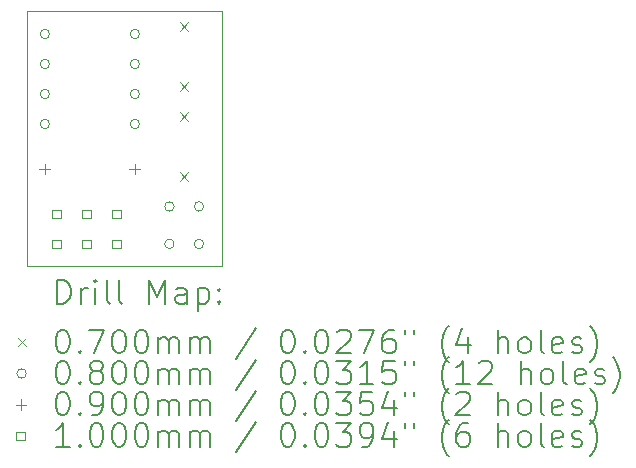
<source format=gbr>
%TF.GenerationSoftware,KiCad,Pcbnew,8.0.1-8.0.1-1~ubuntu22.04.1*%
%TF.CreationDate,2024-07-15T21:43:55-04:00*%
%TF.ProjectId,Clock_Addon,436c6f63-6b5f-4416-9464-6f6e2e6b6963,rev?*%
%TF.SameCoordinates,Original*%
%TF.FileFunction,Drillmap*%
%TF.FilePolarity,Positive*%
%FSLAX45Y45*%
G04 Gerber Fmt 4.5, Leading zero omitted, Abs format (unit mm)*
G04 Created by KiCad (PCBNEW 8.0.1-8.0.1-1~ubuntu22.04.1) date 2024-07-15 21:43:55*
%MOMM*%
%LPD*%
G01*
G04 APERTURE LIST*
%ADD10C,0.050000*%
%ADD11C,0.200000*%
%ADD12C,0.100000*%
G04 APERTURE END LIST*
D10*
X12700000Y-4127500D02*
X14351000Y-4127500D01*
X14351000Y-6286500D01*
X12700000Y-6286500D01*
X12700000Y-4127500D01*
D11*
D12*
X13998500Y-4219500D02*
X14068500Y-4289500D01*
X14068500Y-4219500D02*
X13998500Y-4289500D01*
X13998500Y-4727500D02*
X14068500Y-4797500D01*
X14068500Y-4727500D02*
X13998500Y-4797500D01*
X13998500Y-4981500D02*
X14068500Y-5051500D01*
X14068500Y-4981500D02*
X13998500Y-5051500D01*
X13998500Y-5489500D02*
X14068500Y-5559500D01*
X14068500Y-5489500D02*
X13998500Y-5559500D01*
X12893400Y-4319000D02*
G75*
G02*
X12813400Y-4319000I-40000J0D01*
G01*
X12813400Y-4319000D02*
G75*
G02*
X12893400Y-4319000I40000J0D01*
G01*
X12893400Y-4573000D02*
G75*
G02*
X12813400Y-4573000I-40000J0D01*
G01*
X12813400Y-4573000D02*
G75*
G02*
X12893400Y-4573000I40000J0D01*
G01*
X12893400Y-4827000D02*
G75*
G02*
X12813400Y-4827000I-40000J0D01*
G01*
X12813400Y-4827000D02*
G75*
G02*
X12893400Y-4827000I40000J0D01*
G01*
X12893400Y-5081000D02*
G75*
G02*
X12813400Y-5081000I-40000J0D01*
G01*
X12813400Y-5081000D02*
G75*
G02*
X12893400Y-5081000I40000J0D01*
G01*
X13655400Y-4319000D02*
G75*
G02*
X13575400Y-4319000I-40000J0D01*
G01*
X13575400Y-4319000D02*
G75*
G02*
X13655400Y-4319000I40000J0D01*
G01*
X13655400Y-4573000D02*
G75*
G02*
X13575400Y-4573000I-40000J0D01*
G01*
X13575400Y-4573000D02*
G75*
G02*
X13655400Y-4573000I40000J0D01*
G01*
X13655400Y-4827000D02*
G75*
G02*
X13575400Y-4827000I-40000J0D01*
G01*
X13575400Y-4827000D02*
G75*
G02*
X13655400Y-4827000I40000J0D01*
G01*
X13655400Y-5081000D02*
G75*
G02*
X13575400Y-5081000I-40000J0D01*
G01*
X13575400Y-5081000D02*
G75*
G02*
X13655400Y-5081000I40000J0D01*
G01*
X13948500Y-5778500D02*
G75*
G02*
X13868500Y-5778500I-40000J0D01*
G01*
X13868500Y-5778500D02*
G75*
G02*
X13948500Y-5778500I40000J0D01*
G01*
X13948500Y-6096000D02*
G75*
G02*
X13868500Y-6096000I-40000J0D01*
G01*
X13868500Y-6096000D02*
G75*
G02*
X13948500Y-6096000I40000J0D01*
G01*
X14198500Y-5778500D02*
G75*
G02*
X14118500Y-5778500I-40000J0D01*
G01*
X14118500Y-5778500D02*
G75*
G02*
X14198500Y-5778500I40000J0D01*
G01*
X14198500Y-6096000D02*
G75*
G02*
X14118500Y-6096000I-40000J0D01*
G01*
X14118500Y-6096000D02*
G75*
G02*
X14198500Y-6096000I40000J0D01*
G01*
X12852400Y-5416000D02*
X12852400Y-5506000D01*
X12807400Y-5461000D02*
X12897400Y-5461000D01*
X13614400Y-5416000D02*
X13614400Y-5506000D01*
X13569400Y-5461000D02*
X13659400Y-5461000D01*
X12989356Y-5877356D02*
X12989356Y-5806644D01*
X12918644Y-5806644D01*
X12918644Y-5877356D01*
X12989356Y-5877356D01*
X12989356Y-6131356D02*
X12989356Y-6060644D01*
X12918644Y-6060644D01*
X12918644Y-6131356D01*
X12989356Y-6131356D01*
X13243356Y-5877356D02*
X13243356Y-5806644D01*
X13172644Y-5806644D01*
X13172644Y-5877356D01*
X13243356Y-5877356D01*
X13243356Y-6131356D02*
X13243356Y-6060644D01*
X13172644Y-6060644D01*
X13172644Y-6131356D01*
X13243356Y-6131356D01*
X13497356Y-5877356D02*
X13497356Y-5806644D01*
X13426644Y-5806644D01*
X13426644Y-5877356D01*
X13497356Y-5877356D01*
X13497356Y-6131356D02*
X13497356Y-6060644D01*
X13426644Y-6060644D01*
X13426644Y-6131356D01*
X13497356Y-6131356D01*
D11*
X12958277Y-6600484D02*
X12958277Y-6400484D01*
X12958277Y-6400484D02*
X13005896Y-6400484D01*
X13005896Y-6400484D02*
X13034467Y-6410008D01*
X13034467Y-6410008D02*
X13053515Y-6429055D01*
X13053515Y-6429055D02*
X13063039Y-6448103D01*
X13063039Y-6448103D02*
X13072562Y-6486198D01*
X13072562Y-6486198D02*
X13072562Y-6514769D01*
X13072562Y-6514769D02*
X13063039Y-6552865D01*
X13063039Y-6552865D02*
X13053515Y-6571912D01*
X13053515Y-6571912D02*
X13034467Y-6590960D01*
X13034467Y-6590960D02*
X13005896Y-6600484D01*
X13005896Y-6600484D02*
X12958277Y-6600484D01*
X13158277Y-6600484D02*
X13158277Y-6467150D01*
X13158277Y-6505246D02*
X13167801Y-6486198D01*
X13167801Y-6486198D02*
X13177324Y-6476674D01*
X13177324Y-6476674D02*
X13196372Y-6467150D01*
X13196372Y-6467150D02*
X13215420Y-6467150D01*
X13282086Y-6600484D02*
X13282086Y-6467150D01*
X13282086Y-6400484D02*
X13272562Y-6410008D01*
X13272562Y-6410008D02*
X13282086Y-6419531D01*
X13282086Y-6419531D02*
X13291610Y-6410008D01*
X13291610Y-6410008D02*
X13282086Y-6400484D01*
X13282086Y-6400484D02*
X13282086Y-6419531D01*
X13405896Y-6600484D02*
X13386848Y-6590960D01*
X13386848Y-6590960D02*
X13377324Y-6571912D01*
X13377324Y-6571912D02*
X13377324Y-6400484D01*
X13510658Y-6600484D02*
X13491610Y-6590960D01*
X13491610Y-6590960D02*
X13482086Y-6571912D01*
X13482086Y-6571912D02*
X13482086Y-6400484D01*
X13739229Y-6600484D02*
X13739229Y-6400484D01*
X13739229Y-6400484D02*
X13805896Y-6543341D01*
X13805896Y-6543341D02*
X13872562Y-6400484D01*
X13872562Y-6400484D02*
X13872562Y-6600484D01*
X14053515Y-6600484D02*
X14053515Y-6495722D01*
X14053515Y-6495722D02*
X14043991Y-6476674D01*
X14043991Y-6476674D02*
X14024943Y-6467150D01*
X14024943Y-6467150D02*
X13986848Y-6467150D01*
X13986848Y-6467150D02*
X13967801Y-6476674D01*
X14053515Y-6590960D02*
X14034467Y-6600484D01*
X14034467Y-6600484D02*
X13986848Y-6600484D01*
X13986848Y-6600484D02*
X13967801Y-6590960D01*
X13967801Y-6590960D02*
X13958277Y-6571912D01*
X13958277Y-6571912D02*
X13958277Y-6552865D01*
X13958277Y-6552865D02*
X13967801Y-6533817D01*
X13967801Y-6533817D02*
X13986848Y-6524293D01*
X13986848Y-6524293D02*
X14034467Y-6524293D01*
X14034467Y-6524293D02*
X14053515Y-6514769D01*
X14148753Y-6467150D02*
X14148753Y-6667150D01*
X14148753Y-6476674D02*
X14167801Y-6467150D01*
X14167801Y-6467150D02*
X14205896Y-6467150D01*
X14205896Y-6467150D02*
X14224943Y-6476674D01*
X14224943Y-6476674D02*
X14234467Y-6486198D01*
X14234467Y-6486198D02*
X14243991Y-6505246D01*
X14243991Y-6505246D02*
X14243991Y-6562388D01*
X14243991Y-6562388D02*
X14234467Y-6581436D01*
X14234467Y-6581436D02*
X14224943Y-6590960D01*
X14224943Y-6590960D02*
X14205896Y-6600484D01*
X14205896Y-6600484D02*
X14167801Y-6600484D01*
X14167801Y-6600484D02*
X14148753Y-6590960D01*
X14329705Y-6581436D02*
X14339229Y-6590960D01*
X14339229Y-6590960D02*
X14329705Y-6600484D01*
X14329705Y-6600484D02*
X14320182Y-6590960D01*
X14320182Y-6590960D02*
X14329705Y-6581436D01*
X14329705Y-6581436D02*
X14329705Y-6600484D01*
X14329705Y-6476674D02*
X14339229Y-6486198D01*
X14339229Y-6486198D02*
X14329705Y-6495722D01*
X14329705Y-6495722D02*
X14320182Y-6486198D01*
X14320182Y-6486198D02*
X14329705Y-6476674D01*
X14329705Y-6476674D02*
X14329705Y-6495722D01*
D12*
X12627500Y-6894000D02*
X12697500Y-6964000D01*
X12697500Y-6894000D02*
X12627500Y-6964000D01*
D11*
X12996372Y-6820484D02*
X13015420Y-6820484D01*
X13015420Y-6820484D02*
X13034467Y-6830008D01*
X13034467Y-6830008D02*
X13043991Y-6839531D01*
X13043991Y-6839531D02*
X13053515Y-6858579D01*
X13053515Y-6858579D02*
X13063039Y-6896674D01*
X13063039Y-6896674D02*
X13063039Y-6944293D01*
X13063039Y-6944293D02*
X13053515Y-6982388D01*
X13053515Y-6982388D02*
X13043991Y-7001436D01*
X13043991Y-7001436D02*
X13034467Y-7010960D01*
X13034467Y-7010960D02*
X13015420Y-7020484D01*
X13015420Y-7020484D02*
X12996372Y-7020484D01*
X12996372Y-7020484D02*
X12977324Y-7010960D01*
X12977324Y-7010960D02*
X12967801Y-7001436D01*
X12967801Y-7001436D02*
X12958277Y-6982388D01*
X12958277Y-6982388D02*
X12948753Y-6944293D01*
X12948753Y-6944293D02*
X12948753Y-6896674D01*
X12948753Y-6896674D02*
X12958277Y-6858579D01*
X12958277Y-6858579D02*
X12967801Y-6839531D01*
X12967801Y-6839531D02*
X12977324Y-6830008D01*
X12977324Y-6830008D02*
X12996372Y-6820484D01*
X13148753Y-7001436D02*
X13158277Y-7010960D01*
X13158277Y-7010960D02*
X13148753Y-7020484D01*
X13148753Y-7020484D02*
X13139229Y-7010960D01*
X13139229Y-7010960D02*
X13148753Y-7001436D01*
X13148753Y-7001436D02*
X13148753Y-7020484D01*
X13224943Y-6820484D02*
X13358277Y-6820484D01*
X13358277Y-6820484D02*
X13272562Y-7020484D01*
X13472562Y-6820484D02*
X13491610Y-6820484D01*
X13491610Y-6820484D02*
X13510658Y-6830008D01*
X13510658Y-6830008D02*
X13520182Y-6839531D01*
X13520182Y-6839531D02*
X13529705Y-6858579D01*
X13529705Y-6858579D02*
X13539229Y-6896674D01*
X13539229Y-6896674D02*
X13539229Y-6944293D01*
X13539229Y-6944293D02*
X13529705Y-6982388D01*
X13529705Y-6982388D02*
X13520182Y-7001436D01*
X13520182Y-7001436D02*
X13510658Y-7010960D01*
X13510658Y-7010960D02*
X13491610Y-7020484D01*
X13491610Y-7020484D02*
X13472562Y-7020484D01*
X13472562Y-7020484D02*
X13453515Y-7010960D01*
X13453515Y-7010960D02*
X13443991Y-7001436D01*
X13443991Y-7001436D02*
X13434467Y-6982388D01*
X13434467Y-6982388D02*
X13424943Y-6944293D01*
X13424943Y-6944293D02*
X13424943Y-6896674D01*
X13424943Y-6896674D02*
X13434467Y-6858579D01*
X13434467Y-6858579D02*
X13443991Y-6839531D01*
X13443991Y-6839531D02*
X13453515Y-6830008D01*
X13453515Y-6830008D02*
X13472562Y-6820484D01*
X13663039Y-6820484D02*
X13682086Y-6820484D01*
X13682086Y-6820484D02*
X13701134Y-6830008D01*
X13701134Y-6830008D02*
X13710658Y-6839531D01*
X13710658Y-6839531D02*
X13720182Y-6858579D01*
X13720182Y-6858579D02*
X13729705Y-6896674D01*
X13729705Y-6896674D02*
X13729705Y-6944293D01*
X13729705Y-6944293D02*
X13720182Y-6982388D01*
X13720182Y-6982388D02*
X13710658Y-7001436D01*
X13710658Y-7001436D02*
X13701134Y-7010960D01*
X13701134Y-7010960D02*
X13682086Y-7020484D01*
X13682086Y-7020484D02*
X13663039Y-7020484D01*
X13663039Y-7020484D02*
X13643991Y-7010960D01*
X13643991Y-7010960D02*
X13634467Y-7001436D01*
X13634467Y-7001436D02*
X13624943Y-6982388D01*
X13624943Y-6982388D02*
X13615420Y-6944293D01*
X13615420Y-6944293D02*
X13615420Y-6896674D01*
X13615420Y-6896674D02*
X13624943Y-6858579D01*
X13624943Y-6858579D02*
X13634467Y-6839531D01*
X13634467Y-6839531D02*
X13643991Y-6830008D01*
X13643991Y-6830008D02*
X13663039Y-6820484D01*
X13815420Y-7020484D02*
X13815420Y-6887150D01*
X13815420Y-6906198D02*
X13824943Y-6896674D01*
X13824943Y-6896674D02*
X13843991Y-6887150D01*
X13843991Y-6887150D02*
X13872563Y-6887150D01*
X13872563Y-6887150D02*
X13891610Y-6896674D01*
X13891610Y-6896674D02*
X13901134Y-6915722D01*
X13901134Y-6915722D02*
X13901134Y-7020484D01*
X13901134Y-6915722D02*
X13910658Y-6896674D01*
X13910658Y-6896674D02*
X13929705Y-6887150D01*
X13929705Y-6887150D02*
X13958277Y-6887150D01*
X13958277Y-6887150D02*
X13977324Y-6896674D01*
X13977324Y-6896674D02*
X13986848Y-6915722D01*
X13986848Y-6915722D02*
X13986848Y-7020484D01*
X14082086Y-7020484D02*
X14082086Y-6887150D01*
X14082086Y-6906198D02*
X14091610Y-6896674D01*
X14091610Y-6896674D02*
X14110658Y-6887150D01*
X14110658Y-6887150D02*
X14139229Y-6887150D01*
X14139229Y-6887150D02*
X14158277Y-6896674D01*
X14158277Y-6896674D02*
X14167801Y-6915722D01*
X14167801Y-6915722D02*
X14167801Y-7020484D01*
X14167801Y-6915722D02*
X14177324Y-6896674D01*
X14177324Y-6896674D02*
X14196372Y-6887150D01*
X14196372Y-6887150D02*
X14224943Y-6887150D01*
X14224943Y-6887150D02*
X14243991Y-6896674D01*
X14243991Y-6896674D02*
X14253515Y-6915722D01*
X14253515Y-6915722D02*
X14253515Y-7020484D01*
X14643991Y-6810960D02*
X14472563Y-7068103D01*
X14901134Y-6820484D02*
X14920182Y-6820484D01*
X14920182Y-6820484D02*
X14939229Y-6830008D01*
X14939229Y-6830008D02*
X14948753Y-6839531D01*
X14948753Y-6839531D02*
X14958277Y-6858579D01*
X14958277Y-6858579D02*
X14967801Y-6896674D01*
X14967801Y-6896674D02*
X14967801Y-6944293D01*
X14967801Y-6944293D02*
X14958277Y-6982388D01*
X14958277Y-6982388D02*
X14948753Y-7001436D01*
X14948753Y-7001436D02*
X14939229Y-7010960D01*
X14939229Y-7010960D02*
X14920182Y-7020484D01*
X14920182Y-7020484D02*
X14901134Y-7020484D01*
X14901134Y-7020484D02*
X14882086Y-7010960D01*
X14882086Y-7010960D02*
X14872563Y-7001436D01*
X14872563Y-7001436D02*
X14863039Y-6982388D01*
X14863039Y-6982388D02*
X14853515Y-6944293D01*
X14853515Y-6944293D02*
X14853515Y-6896674D01*
X14853515Y-6896674D02*
X14863039Y-6858579D01*
X14863039Y-6858579D02*
X14872563Y-6839531D01*
X14872563Y-6839531D02*
X14882086Y-6830008D01*
X14882086Y-6830008D02*
X14901134Y-6820484D01*
X15053515Y-7001436D02*
X15063039Y-7010960D01*
X15063039Y-7010960D02*
X15053515Y-7020484D01*
X15053515Y-7020484D02*
X15043991Y-7010960D01*
X15043991Y-7010960D02*
X15053515Y-7001436D01*
X15053515Y-7001436D02*
X15053515Y-7020484D01*
X15186848Y-6820484D02*
X15205896Y-6820484D01*
X15205896Y-6820484D02*
X15224944Y-6830008D01*
X15224944Y-6830008D02*
X15234467Y-6839531D01*
X15234467Y-6839531D02*
X15243991Y-6858579D01*
X15243991Y-6858579D02*
X15253515Y-6896674D01*
X15253515Y-6896674D02*
X15253515Y-6944293D01*
X15253515Y-6944293D02*
X15243991Y-6982388D01*
X15243991Y-6982388D02*
X15234467Y-7001436D01*
X15234467Y-7001436D02*
X15224944Y-7010960D01*
X15224944Y-7010960D02*
X15205896Y-7020484D01*
X15205896Y-7020484D02*
X15186848Y-7020484D01*
X15186848Y-7020484D02*
X15167801Y-7010960D01*
X15167801Y-7010960D02*
X15158277Y-7001436D01*
X15158277Y-7001436D02*
X15148753Y-6982388D01*
X15148753Y-6982388D02*
X15139229Y-6944293D01*
X15139229Y-6944293D02*
X15139229Y-6896674D01*
X15139229Y-6896674D02*
X15148753Y-6858579D01*
X15148753Y-6858579D02*
X15158277Y-6839531D01*
X15158277Y-6839531D02*
X15167801Y-6830008D01*
X15167801Y-6830008D02*
X15186848Y-6820484D01*
X15329706Y-6839531D02*
X15339229Y-6830008D01*
X15339229Y-6830008D02*
X15358277Y-6820484D01*
X15358277Y-6820484D02*
X15405896Y-6820484D01*
X15405896Y-6820484D02*
X15424944Y-6830008D01*
X15424944Y-6830008D02*
X15434467Y-6839531D01*
X15434467Y-6839531D02*
X15443991Y-6858579D01*
X15443991Y-6858579D02*
X15443991Y-6877627D01*
X15443991Y-6877627D02*
X15434467Y-6906198D01*
X15434467Y-6906198D02*
X15320182Y-7020484D01*
X15320182Y-7020484D02*
X15443991Y-7020484D01*
X15510658Y-6820484D02*
X15643991Y-6820484D01*
X15643991Y-6820484D02*
X15558277Y-7020484D01*
X15805896Y-6820484D02*
X15767801Y-6820484D01*
X15767801Y-6820484D02*
X15748753Y-6830008D01*
X15748753Y-6830008D02*
X15739229Y-6839531D01*
X15739229Y-6839531D02*
X15720182Y-6868103D01*
X15720182Y-6868103D02*
X15710658Y-6906198D01*
X15710658Y-6906198D02*
X15710658Y-6982388D01*
X15710658Y-6982388D02*
X15720182Y-7001436D01*
X15720182Y-7001436D02*
X15729706Y-7010960D01*
X15729706Y-7010960D02*
X15748753Y-7020484D01*
X15748753Y-7020484D02*
X15786848Y-7020484D01*
X15786848Y-7020484D02*
X15805896Y-7010960D01*
X15805896Y-7010960D02*
X15815420Y-7001436D01*
X15815420Y-7001436D02*
X15824944Y-6982388D01*
X15824944Y-6982388D02*
X15824944Y-6934769D01*
X15824944Y-6934769D02*
X15815420Y-6915722D01*
X15815420Y-6915722D02*
X15805896Y-6906198D01*
X15805896Y-6906198D02*
X15786848Y-6896674D01*
X15786848Y-6896674D02*
X15748753Y-6896674D01*
X15748753Y-6896674D02*
X15729706Y-6906198D01*
X15729706Y-6906198D02*
X15720182Y-6915722D01*
X15720182Y-6915722D02*
X15710658Y-6934769D01*
X15901134Y-6820484D02*
X15901134Y-6858579D01*
X15977325Y-6820484D02*
X15977325Y-6858579D01*
X16272563Y-7096674D02*
X16263039Y-7087150D01*
X16263039Y-7087150D02*
X16243991Y-7058579D01*
X16243991Y-7058579D02*
X16234468Y-7039531D01*
X16234468Y-7039531D02*
X16224944Y-7010960D01*
X16224944Y-7010960D02*
X16215420Y-6963341D01*
X16215420Y-6963341D02*
X16215420Y-6925246D01*
X16215420Y-6925246D02*
X16224944Y-6877627D01*
X16224944Y-6877627D02*
X16234468Y-6849055D01*
X16234468Y-6849055D02*
X16243991Y-6830008D01*
X16243991Y-6830008D02*
X16263039Y-6801436D01*
X16263039Y-6801436D02*
X16272563Y-6791912D01*
X16434468Y-6887150D02*
X16434468Y-7020484D01*
X16386848Y-6810960D02*
X16339229Y-6953817D01*
X16339229Y-6953817D02*
X16463039Y-6953817D01*
X16691610Y-7020484D02*
X16691610Y-6820484D01*
X16777325Y-7020484D02*
X16777325Y-6915722D01*
X16777325Y-6915722D02*
X16767801Y-6896674D01*
X16767801Y-6896674D02*
X16748753Y-6887150D01*
X16748753Y-6887150D02*
X16720182Y-6887150D01*
X16720182Y-6887150D02*
X16701134Y-6896674D01*
X16701134Y-6896674D02*
X16691610Y-6906198D01*
X16901134Y-7020484D02*
X16882087Y-7010960D01*
X16882087Y-7010960D02*
X16872563Y-7001436D01*
X16872563Y-7001436D02*
X16863039Y-6982388D01*
X16863039Y-6982388D02*
X16863039Y-6925246D01*
X16863039Y-6925246D02*
X16872563Y-6906198D01*
X16872563Y-6906198D02*
X16882087Y-6896674D01*
X16882087Y-6896674D02*
X16901134Y-6887150D01*
X16901134Y-6887150D02*
X16929706Y-6887150D01*
X16929706Y-6887150D02*
X16948753Y-6896674D01*
X16948753Y-6896674D02*
X16958277Y-6906198D01*
X16958277Y-6906198D02*
X16967801Y-6925246D01*
X16967801Y-6925246D02*
X16967801Y-6982388D01*
X16967801Y-6982388D02*
X16958277Y-7001436D01*
X16958277Y-7001436D02*
X16948753Y-7010960D01*
X16948753Y-7010960D02*
X16929706Y-7020484D01*
X16929706Y-7020484D02*
X16901134Y-7020484D01*
X17082087Y-7020484D02*
X17063039Y-7010960D01*
X17063039Y-7010960D02*
X17053515Y-6991912D01*
X17053515Y-6991912D02*
X17053515Y-6820484D01*
X17234468Y-7010960D02*
X17215420Y-7020484D01*
X17215420Y-7020484D02*
X17177325Y-7020484D01*
X17177325Y-7020484D02*
X17158277Y-7010960D01*
X17158277Y-7010960D02*
X17148753Y-6991912D01*
X17148753Y-6991912D02*
X17148753Y-6915722D01*
X17148753Y-6915722D02*
X17158277Y-6896674D01*
X17158277Y-6896674D02*
X17177325Y-6887150D01*
X17177325Y-6887150D02*
X17215420Y-6887150D01*
X17215420Y-6887150D02*
X17234468Y-6896674D01*
X17234468Y-6896674D02*
X17243992Y-6915722D01*
X17243992Y-6915722D02*
X17243992Y-6934769D01*
X17243992Y-6934769D02*
X17148753Y-6953817D01*
X17320182Y-7010960D02*
X17339230Y-7020484D01*
X17339230Y-7020484D02*
X17377325Y-7020484D01*
X17377325Y-7020484D02*
X17396373Y-7010960D01*
X17396373Y-7010960D02*
X17405896Y-6991912D01*
X17405896Y-6991912D02*
X17405896Y-6982388D01*
X17405896Y-6982388D02*
X17396373Y-6963341D01*
X17396373Y-6963341D02*
X17377325Y-6953817D01*
X17377325Y-6953817D02*
X17348753Y-6953817D01*
X17348753Y-6953817D02*
X17329706Y-6944293D01*
X17329706Y-6944293D02*
X17320182Y-6925246D01*
X17320182Y-6925246D02*
X17320182Y-6915722D01*
X17320182Y-6915722D02*
X17329706Y-6896674D01*
X17329706Y-6896674D02*
X17348753Y-6887150D01*
X17348753Y-6887150D02*
X17377325Y-6887150D01*
X17377325Y-6887150D02*
X17396373Y-6896674D01*
X17472563Y-7096674D02*
X17482087Y-7087150D01*
X17482087Y-7087150D02*
X17501134Y-7058579D01*
X17501134Y-7058579D02*
X17510658Y-7039531D01*
X17510658Y-7039531D02*
X17520182Y-7010960D01*
X17520182Y-7010960D02*
X17529706Y-6963341D01*
X17529706Y-6963341D02*
X17529706Y-6925246D01*
X17529706Y-6925246D02*
X17520182Y-6877627D01*
X17520182Y-6877627D02*
X17510658Y-6849055D01*
X17510658Y-6849055D02*
X17501134Y-6830008D01*
X17501134Y-6830008D02*
X17482087Y-6801436D01*
X17482087Y-6801436D02*
X17472563Y-6791912D01*
D12*
X12697500Y-7193000D02*
G75*
G02*
X12617500Y-7193000I-40000J0D01*
G01*
X12617500Y-7193000D02*
G75*
G02*
X12697500Y-7193000I40000J0D01*
G01*
D11*
X12996372Y-7084484D02*
X13015420Y-7084484D01*
X13015420Y-7084484D02*
X13034467Y-7094008D01*
X13034467Y-7094008D02*
X13043991Y-7103531D01*
X13043991Y-7103531D02*
X13053515Y-7122579D01*
X13053515Y-7122579D02*
X13063039Y-7160674D01*
X13063039Y-7160674D02*
X13063039Y-7208293D01*
X13063039Y-7208293D02*
X13053515Y-7246388D01*
X13053515Y-7246388D02*
X13043991Y-7265436D01*
X13043991Y-7265436D02*
X13034467Y-7274960D01*
X13034467Y-7274960D02*
X13015420Y-7284484D01*
X13015420Y-7284484D02*
X12996372Y-7284484D01*
X12996372Y-7284484D02*
X12977324Y-7274960D01*
X12977324Y-7274960D02*
X12967801Y-7265436D01*
X12967801Y-7265436D02*
X12958277Y-7246388D01*
X12958277Y-7246388D02*
X12948753Y-7208293D01*
X12948753Y-7208293D02*
X12948753Y-7160674D01*
X12948753Y-7160674D02*
X12958277Y-7122579D01*
X12958277Y-7122579D02*
X12967801Y-7103531D01*
X12967801Y-7103531D02*
X12977324Y-7094008D01*
X12977324Y-7094008D02*
X12996372Y-7084484D01*
X13148753Y-7265436D02*
X13158277Y-7274960D01*
X13158277Y-7274960D02*
X13148753Y-7284484D01*
X13148753Y-7284484D02*
X13139229Y-7274960D01*
X13139229Y-7274960D02*
X13148753Y-7265436D01*
X13148753Y-7265436D02*
X13148753Y-7284484D01*
X13272562Y-7170198D02*
X13253515Y-7160674D01*
X13253515Y-7160674D02*
X13243991Y-7151150D01*
X13243991Y-7151150D02*
X13234467Y-7132103D01*
X13234467Y-7132103D02*
X13234467Y-7122579D01*
X13234467Y-7122579D02*
X13243991Y-7103531D01*
X13243991Y-7103531D02*
X13253515Y-7094008D01*
X13253515Y-7094008D02*
X13272562Y-7084484D01*
X13272562Y-7084484D02*
X13310658Y-7084484D01*
X13310658Y-7084484D02*
X13329705Y-7094008D01*
X13329705Y-7094008D02*
X13339229Y-7103531D01*
X13339229Y-7103531D02*
X13348753Y-7122579D01*
X13348753Y-7122579D02*
X13348753Y-7132103D01*
X13348753Y-7132103D02*
X13339229Y-7151150D01*
X13339229Y-7151150D02*
X13329705Y-7160674D01*
X13329705Y-7160674D02*
X13310658Y-7170198D01*
X13310658Y-7170198D02*
X13272562Y-7170198D01*
X13272562Y-7170198D02*
X13253515Y-7179722D01*
X13253515Y-7179722D02*
X13243991Y-7189246D01*
X13243991Y-7189246D02*
X13234467Y-7208293D01*
X13234467Y-7208293D02*
X13234467Y-7246388D01*
X13234467Y-7246388D02*
X13243991Y-7265436D01*
X13243991Y-7265436D02*
X13253515Y-7274960D01*
X13253515Y-7274960D02*
X13272562Y-7284484D01*
X13272562Y-7284484D02*
X13310658Y-7284484D01*
X13310658Y-7284484D02*
X13329705Y-7274960D01*
X13329705Y-7274960D02*
X13339229Y-7265436D01*
X13339229Y-7265436D02*
X13348753Y-7246388D01*
X13348753Y-7246388D02*
X13348753Y-7208293D01*
X13348753Y-7208293D02*
X13339229Y-7189246D01*
X13339229Y-7189246D02*
X13329705Y-7179722D01*
X13329705Y-7179722D02*
X13310658Y-7170198D01*
X13472562Y-7084484D02*
X13491610Y-7084484D01*
X13491610Y-7084484D02*
X13510658Y-7094008D01*
X13510658Y-7094008D02*
X13520182Y-7103531D01*
X13520182Y-7103531D02*
X13529705Y-7122579D01*
X13529705Y-7122579D02*
X13539229Y-7160674D01*
X13539229Y-7160674D02*
X13539229Y-7208293D01*
X13539229Y-7208293D02*
X13529705Y-7246388D01*
X13529705Y-7246388D02*
X13520182Y-7265436D01*
X13520182Y-7265436D02*
X13510658Y-7274960D01*
X13510658Y-7274960D02*
X13491610Y-7284484D01*
X13491610Y-7284484D02*
X13472562Y-7284484D01*
X13472562Y-7284484D02*
X13453515Y-7274960D01*
X13453515Y-7274960D02*
X13443991Y-7265436D01*
X13443991Y-7265436D02*
X13434467Y-7246388D01*
X13434467Y-7246388D02*
X13424943Y-7208293D01*
X13424943Y-7208293D02*
X13424943Y-7160674D01*
X13424943Y-7160674D02*
X13434467Y-7122579D01*
X13434467Y-7122579D02*
X13443991Y-7103531D01*
X13443991Y-7103531D02*
X13453515Y-7094008D01*
X13453515Y-7094008D02*
X13472562Y-7084484D01*
X13663039Y-7084484D02*
X13682086Y-7084484D01*
X13682086Y-7084484D02*
X13701134Y-7094008D01*
X13701134Y-7094008D02*
X13710658Y-7103531D01*
X13710658Y-7103531D02*
X13720182Y-7122579D01*
X13720182Y-7122579D02*
X13729705Y-7160674D01*
X13729705Y-7160674D02*
X13729705Y-7208293D01*
X13729705Y-7208293D02*
X13720182Y-7246388D01*
X13720182Y-7246388D02*
X13710658Y-7265436D01*
X13710658Y-7265436D02*
X13701134Y-7274960D01*
X13701134Y-7274960D02*
X13682086Y-7284484D01*
X13682086Y-7284484D02*
X13663039Y-7284484D01*
X13663039Y-7284484D02*
X13643991Y-7274960D01*
X13643991Y-7274960D02*
X13634467Y-7265436D01*
X13634467Y-7265436D02*
X13624943Y-7246388D01*
X13624943Y-7246388D02*
X13615420Y-7208293D01*
X13615420Y-7208293D02*
X13615420Y-7160674D01*
X13615420Y-7160674D02*
X13624943Y-7122579D01*
X13624943Y-7122579D02*
X13634467Y-7103531D01*
X13634467Y-7103531D02*
X13643991Y-7094008D01*
X13643991Y-7094008D02*
X13663039Y-7084484D01*
X13815420Y-7284484D02*
X13815420Y-7151150D01*
X13815420Y-7170198D02*
X13824943Y-7160674D01*
X13824943Y-7160674D02*
X13843991Y-7151150D01*
X13843991Y-7151150D02*
X13872563Y-7151150D01*
X13872563Y-7151150D02*
X13891610Y-7160674D01*
X13891610Y-7160674D02*
X13901134Y-7179722D01*
X13901134Y-7179722D02*
X13901134Y-7284484D01*
X13901134Y-7179722D02*
X13910658Y-7160674D01*
X13910658Y-7160674D02*
X13929705Y-7151150D01*
X13929705Y-7151150D02*
X13958277Y-7151150D01*
X13958277Y-7151150D02*
X13977324Y-7160674D01*
X13977324Y-7160674D02*
X13986848Y-7179722D01*
X13986848Y-7179722D02*
X13986848Y-7284484D01*
X14082086Y-7284484D02*
X14082086Y-7151150D01*
X14082086Y-7170198D02*
X14091610Y-7160674D01*
X14091610Y-7160674D02*
X14110658Y-7151150D01*
X14110658Y-7151150D02*
X14139229Y-7151150D01*
X14139229Y-7151150D02*
X14158277Y-7160674D01*
X14158277Y-7160674D02*
X14167801Y-7179722D01*
X14167801Y-7179722D02*
X14167801Y-7284484D01*
X14167801Y-7179722D02*
X14177324Y-7160674D01*
X14177324Y-7160674D02*
X14196372Y-7151150D01*
X14196372Y-7151150D02*
X14224943Y-7151150D01*
X14224943Y-7151150D02*
X14243991Y-7160674D01*
X14243991Y-7160674D02*
X14253515Y-7179722D01*
X14253515Y-7179722D02*
X14253515Y-7284484D01*
X14643991Y-7074960D02*
X14472563Y-7332103D01*
X14901134Y-7084484D02*
X14920182Y-7084484D01*
X14920182Y-7084484D02*
X14939229Y-7094008D01*
X14939229Y-7094008D02*
X14948753Y-7103531D01*
X14948753Y-7103531D02*
X14958277Y-7122579D01*
X14958277Y-7122579D02*
X14967801Y-7160674D01*
X14967801Y-7160674D02*
X14967801Y-7208293D01*
X14967801Y-7208293D02*
X14958277Y-7246388D01*
X14958277Y-7246388D02*
X14948753Y-7265436D01*
X14948753Y-7265436D02*
X14939229Y-7274960D01*
X14939229Y-7274960D02*
X14920182Y-7284484D01*
X14920182Y-7284484D02*
X14901134Y-7284484D01*
X14901134Y-7284484D02*
X14882086Y-7274960D01*
X14882086Y-7274960D02*
X14872563Y-7265436D01*
X14872563Y-7265436D02*
X14863039Y-7246388D01*
X14863039Y-7246388D02*
X14853515Y-7208293D01*
X14853515Y-7208293D02*
X14853515Y-7160674D01*
X14853515Y-7160674D02*
X14863039Y-7122579D01*
X14863039Y-7122579D02*
X14872563Y-7103531D01*
X14872563Y-7103531D02*
X14882086Y-7094008D01*
X14882086Y-7094008D02*
X14901134Y-7084484D01*
X15053515Y-7265436D02*
X15063039Y-7274960D01*
X15063039Y-7274960D02*
X15053515Y-7284484D01*
X15053515Y-7284484D02*
X15043991Y-7274960D01*
X15043991Y-7274960D02*
X15053515Y-7265436D01*
X15053515Y-7265436D02*
X15053515Y-7284484D01*
X15186848Y-7084484D02*
X15205896Y-7084484D01*
X15205896Y-7084484D02*
X15224944Y-7094008D01*
X15224944Y-7094008D02*
X15234467Y-7103531D01*
X15234467Y-7103531D02*
X15243991Y-7122579D01*
X15243991Y-7122579D02*
X15253515Y-7160674D01*
X15253515Y-7160674D02*
X15253515Y-7208293D01*
X15253515Y-7208293D02*
X15243991Y-7246388D01*
X15243991Y-7246388D02*
X15234467Y-7265436D01*
X15234467Y-7265436D02*
X15224944Y-7274960D01*
X15224944Y-7274960D02*
X15205896Y-7284484D01*
X15205896Y-7284484D02*
X15186848Y-7284484D01*
X15186848Y-7284484D02*
X15167801Y-7274960D01*
X15167801Y-7274960D02*
X15158277Y-7265436D01*
X15158277Y-7265436D02*
X15148753Y-7246388D01*
X15148753Y-7246388D02*
X15139229Y-7208293D01*
X15139229Y-7208293D02*
X15139229Y-7160674D01*
X15139229Y-7160674D02*
X15148753Y-7122579D01*
X15148753Y-7122579D02*
X15158277Y-7103531D01*
X15158277Y-7103531D02*
X15167801Y-7094008D01*
X15167801Y-7094008D02*
X15186848Y-7084484D01*
X15320182Y-7084484D02*
X15443991Y-7084484D01*
X15443991Y-7084484D02*
X15377325Y-7160674D01*
X15377325Y-7160674D02*
X15405896Y-7160674D01*
X15405896Y-7160674D02*
X15424944Y-7170198D01*
X15424944Y-7170198D02*
X15434467Y-7179722D01*
X15434467Y-7179722D02*
X15443991Y-7198769D01*
X15443991Y-7198769D02*
X15443991Y-7246388D01*
X15443991Y-7246388D02*
X15434467Y-7265436D01*
X15434467Y-7265436D02*
X15424944Y-7274960D01*
X15424944Y-7274960D02*
X15405896Y-7284484D01*
X15405896Y-7284484D02*
X15348753Y-7284484D01*
X15348753Y-7284484D02*
X15329706Y-7274960D01*
X15329706Y-7274960D02*
X15320182Y-7265436D01*
X15634467Y-7284484D02*
X15520182Y-7284484D01*
X15577325Y-7284484D02*
X15577325Y-7084484D01*
X15577325Y-7084484D02*
X15558277Y-7113055D01*
X15558277Y-7113055D02*
X15539229Y-7132103D01*
X15539229Y-7132103D02*
X15520182Y-7141627D01*
X15815420Y-7084484D02*
X15720182Y-7084484D01*
X15720182Y-7084484D02*
X15710658Y-7179722D01*
X15710658Y-7179722D02*
X15720182Y-7170198D01*
X15720182Y-7170198D02*
X15739229Y-7160674D01*
X15739229Y-7160674D02*
X15786848Y-7160674D01*
X15786848Y-7160674D02*
X15805896Y-7170198D01*
X15805896Y-7170198D02*
X15815420Y-7179722D01*
X15815420Y-7179722D02*
X15824944Y-7198769D01*
X15824944Y-7198769D02*
X15824944Y-7246388D01*
X15824944Y-7246388D02*
X15815420Y-7265436D01*
X15815420Y-7265436D02*
X15805896Y-7274960D01*
X15805896Y-7274960D02*
X15786848Y-7284484D01*
X15786848Y-7284484D02*
X15739229Y-7284484D01*
X15739229Y-7284484D02*
X15720182Y-7274960D01*
X15720182Y-7274960D02*
X15710658Y-7265436D01*
X15901134Y-7084484D02*
X15901134Y-7122579D01*
X15977325Y-7084484D02*
X15977325Y-7122579D01*
X16272563Y-7360674D02*
X16263039Y-7351150D01*
X16263039Y-7351150D02*
X16243991Y-7322579D01*
X16243991Y-7322579D02*
X16234468Y-7303531D01*
X16234468Y-7303531D02*
X16224944Y-7274960D01*
X16224944Y-7274960D02*
X16215420Y-7227341D01*
X16215420Y-7227341D02*
X16215420Y-7189246D01*
X16215420Y-7189246D02*
X16224944Y-7141627D01*
X16224944Y-7141627D02*
X16234468Y-7113055D01*
X16234468Y-7113055D02*
X16243991Y-7094008D01*
X16243991Y-7094008D02*
X16263039Y-7065436D01*
X16263039Y-7065436D02*
X16272563Y-7055912D01*
X16453515Y-7284484D02*
X16339229Y-7284484D01*
X16396372Y-7284484D02*
X16396372Y-7084484D01*
X16396372Y-7084484D02*
X16377325Y-7113055D01*
X16377325Y-7113055D02*
X16358277Y-7132103D01*
X16358277Y-7132103D02*
X16339229Y-7141627D01*
X16529706Y-7103531D02*
X16539229Y-7094008D01*
X16539229Y-7094008D02*
X16558277Y-7084484D01*
X16558277Y-7084484D02*
X16605896Y-7084484D01*
X16605896Y-7084484D02*
X16624944Y-7094008D01*
X16624944Y-7094008D02*
X16634468Y-7103531D01*
X16634468Y-7103531D02*
X16643991Y-7122579D01*
X16643991Y-7122579D02*
X16643991Y-7141627D01*
X16643991Y-7141627D02*
X16634468Y-7170198D01*
X16634468Y-7170198D02*
X16520182Y-7284484D01*
X16520182Y-7284484D02*
X16643991Y-7284484D01*
X16882087Y-7284484D02*
X16882087Y-7084484D01*
X16967801Y-7284484D02*
X16967801Y-7179722D01*
X16967801Y-7179722D02*
X16958277Y-7160674D01*
X16958277Y-7160674D02*
X16939230Y-7151150D01*
X16939230Y-7151150D02*
X16910658Y-7151150D01*
X16910658Y-7151150D02*
X16891611Y-7160674D01*
X16891611Y-7160674D02*
X16882087Y-7170198D01*
X17091611Y-7284484D02*
X17072563Y-7274960D01*
X17072563Y-7274960D02*
X17063039Y-7265436D01*
X17063039Y-7265436D02*
X17053515Y-7246388D01*
X17053515Y-7246388D02*
X17053515Y-7189246D01*
X17053515Y-7189246D02*
X17063039Y-7170198D01*
X17063039Y-7170198D02*
X17072563Y-7160674D01*
X17072563Y-7160674D02*
X17091611Y-7151150D01*
X17091611Y-7151150D02*
X17120182Y-7151150D01*
X17120182Y-7151150D02*
X17139230Y-7160674D01*
X17139230Y-7160674D02*
X17148753Y-7170198D01*
X17148753Y-7170198D02*
X17158277Y-7189246D01*
X17158277Y-7189246D02*
X17158277Y-7246388D01*
X17158277Y-7246388D02*
X17148753Y-7265436D01*
X17148753Y-7265436D02*
X17139230Y-7274960D01*
X17139230Y-7274960D02*
X17120182Y-7284484D01*
X17120182Y-7284484D02*
X17091611Y-7284484D01*
X17272563Y-7284484D02*
X17253515Y-7274960D01*
X17253515Y-7274960D02*
X17243992Y-7255912D01*
X17243992Y-7255912D02*
X17243992Y-7084484D01*
X17424944Y-7274960D02*
X17405896Y-7284484D01*
X17405896Y-7284484D02*
X17367801Y-7284484D01*
X17367801Y-7284484D02*
X17348753Y-7274960D01*
X17348753Y-7274960D02*
X17339230Y-7255912D01*
X17339230Y-7255912D02*
X17339230Y-7179722D01*
X17339230Y-7179722D02*
X17348753Y-7160674D01*
X17348753Y-7160674D02*
X17367801Y-7151150D01*
X17367801Y-7151150D02*
X17405896Y-7151150D01*
X17405896Y-7151150D02*
X17424944Y-7160674D01*
X17424944Y-7160674D02*
X17434468Y-7179722D01*
X17434468Y-7179722D02*
X17434468Y-7198769D01*
X17434468Y-7198769D02*
X17339230Y-7217817D01*
X17510658Y-7274960D02*
X17529706Y-7284484D01*
X17529706Y-7284484D02*
X17567801Y-7284484D01*
X17567801Y-7284484D02*
X17586849Y-7274960D01*
X17586849Y-7274960D02*
X17596373Y-7255912D01*
X17596373Y-7255912D02*
X17596373Y-7246388D01*
X17596373Y-7246388D02*
X17586849Y-7227341D01*
X17586849Y-7227341D02*
X17567801Y-7217817D01*
X17567801Y-7217817D02*
X17539230Y-7217817D01*
X17539230Y-7217817D02*
X17520182Y-7208293D01*
X17520182Y-7208293D02*
X17510658Y-7189246D01*
X17510658Y-7189246D02*
X17510658Y-7179722D01*
X17510658Y-7179722D02*
X17520182Y-7160674D01*
X17520182Y-7160674D02*
X17539230Y-7151150D01*
X17539230Y-7151150D02*
X17567801Y-7151150D01*
X17567801Y-7151150D02*
X17586849Y-7160674D01*
X17663039Y-7360674D02*
X17672563Y-7351150D01*
X17672563Y-7351150D02*
X17691611Y-7322579D01*
X17691611Y-7322579D02*
X17701134Y-7303531D01*
X17701134Y-7303531D02*
X17710658Y-7274960D01*
X17710658Y-7274960D02*
X17720182Y-7227341D01*
X17720182Y-7227341D02*
X17720182Y-7189246D01*
X17720182Y-7189246D02*
X17710658Y-7141627D01*
X17710658Y-7141627D02*
X17701134Y-7113055D01*
X17701134Y-7113055D02*
X17691611Y-7094008D01*
X17691611Y-7094008D02*
X17672563Y-7065436D01*
X17672563Y-7065436D02*
X17663039Y-7055912D01*
D12*
X12652500Y-7412000D02*
X12652500Y-7502000D01*
X12607500Y-7457000D02*
X12697500Y-7457000D01*
D11*
X12996372Y-7348484D02*
X13015420Y-7348484D01*
X13015420Y-7348484D02*
X13034467Y-7358008D01*
X13034467Y-7358008D02*
X13043991Y-7367531D01*
X13043991Y-7367531D02*
X13053515Y-7386579D01*
X13053515Y-7386579D02*
X13063039Y-7424674D01*
X13063039Y-7424674D02*
X13063039Y-7472293D01*
X13063039Y-7472293D02*
X13053515Y-7510388D01*
X13053515Y-7510388D02*
X13043991Y-7529436D01*
X13043991Y-7529436D02*
X13034467Y-7538960D01*
X13034467Y-7538960D02*
X13015420Y-7548484D01*
X13015420Y-7548484D02*
X12996372Y-7548484D01*
X12996372Y-7548484D02*
X12977324Y-7538960D01*
X12977324Y-7538960D02*
X12967801Y-7529436D01*
X12967801Y-7529436D02*
X12958277Y-7510388D01*
X12958277Y-7510388D02*
X12948753Y-7472293D01*
X12948753Y-7472293D02*
X12948753Y-7424674D01*
X12948753Y-7424674D02*
X12958277Y-7386579D01*
X12958277Y-7386579D02*
X12967801Y-7367531D01*
X12967801Y-7367531D02*
X12977324Y-7358008D01*
X12977324Y-7358008D02*
X12996372Y-7348484D01*
X13148753Y-7529436D02*
X13158277Y-7538960D01*
X13158277Y-7538960D02*
X13148753Y-7548484D01*
X13148753Y-7548484D02*
X13139229Y-7538960D01*
X13139229Y-7538960D02*
X13148753Y-7529436D01*
X13148753Y-7529436D02*
X13148753Y-7548484D01*
X13253515Y-7548484D02*
X13291610Y-7548484D01*
X13291610Y-7548484D02*
X13310658Y-7538960D01*
X13310658Y-7538960D02*
X13320182Y-7529436D01*
X13320182Y-7529436D02*
X13339229Y-7500865D01*
X13339229Y-7500865D02*
X13348753Y-7462769D01*
X13348753Y-7462769D02*
X13348753Y-7386579D01*
X13348753Y-7386579D02*
X13339229Y-7367531D01*
X13339229Y-7367531D02*
X13329705Y-7358008D01*
X13329705Y-7358008D02*
X13310658Y-7348484D01*
X13310658Y-7348484D02*
X13272562Y-7348484D01*
X13272562Y-7348484D02*
X13253515Y-7358008D01*
X13253515Y-7358008D02*
X13243991Y-7367531D01*
X13243991Y-7367531D02*
X13234467Y-7386579D01*
X13234467Y-7386579D02*
X13234467Y-7434198D01*
X13234467Y-7434198D02*
X13243991Y-7453246D01*
X13243991Y-7453246D02*
X13253515Y-7462769D01*
X13253515Y-7462769D02*
X13272562Y-7472293D01*
X13272562Y-7472293D02*
X13310658Y-7472293D01*
X13310658Y-7472293D02*
X13329705Y-7462769D01*
X13329705Y-7462769D02*
X13339229Y-7453246D01*
X13339229Y-7453246D02*
X13348753Y-7434198D01*
X13472562Y-7348484D02*
X13491610Y-7348484D01*
X13491610Y-7348484D02*
X13510658Y-7358008D01*
X13510658Y-7358008D02*
X13520182Y-7367531D01*
X13520182Y-7367531D02*
X13529705Y-7386579D01*
X13529705Y-7386579D02*
X13539229Y-7424674D01*
X13539229Y-7424674D02*
X13539229Y-7472293D01*
X13539229Y-7472293D02*
X13529705Y-7510388D01*
X13529705Y-7510388D02*
X13520182Y-7529436D01*
X13520182Y-7529436D02*
X13510658Y-7538960D01*
X13510658Y-7538960D02*
X13491610Y-7548484D01*
X13491610Y-7548484D02*
X13472562Y-7548484D01*
X13472562Y-7548484D02*
X13453515Y-7538960D01*
X13453515Y-7538960D02*
X13443991Y-7529436D01*
X13443991Y-7529436D02*
X13434467Y-7510388D01*
X13434467Y-7510388D02*
X13424943Y-7472293D01*
X13424943Y-7472293D02*
X13424943Y-7424674D01*
X13424943Y-7424674D02*
X13434467Y-7386579D01*
X13434467Y-7386579D02*
X13443991Y-7367531D01*
X13443991Y-7367531D02*
X13453515Y-7358008D01*
X13453515Y-7358008D02*
X13472562Y-7348484D01*
X13663039Y-7348484D02*
X13682086Y-7348484D01*
X13682086Y-7348484D02*
X13701134Y-7358008D01*
X13701134Y-7358008D02*
X13710658Y-7367531D01*
X13710658Y-7367531D02*
X13720182Y-7386579D01*
X13720182Y-7386579D02*
X13729705Y-7424674D01*
X13729705Y-7424674D02*
X13729705Y-7472293D01*
X13729705Y-7472293D02*
X13720182Y-7510388D01*
X13720182Y-7510388D02*
X13710658Y-7529436D01*
X13710658Y-7529436D02*
X13701134Y-7538960D01*
X13701134Y-7538960D02*
X13682086Y-7548484D01*
X13682086Y-7548484D02*
X13663039Y-7548484D01*
X13663039Y-7548484D02*
X13643991Y-7538960D01*
X13643991Y-7538960D02*
X13634467Y-7529436D01*
X13634467Y-7529436D02*
X13624943Y-7510388D01*
X13624943Y-7510388D02*
X13615420Y-7472293D01*
X13615420Y-7472293D02*
X13615420Y-7424674D01*
X13615420Y-7424674D02*
X13624943Y-7386579D01*
X13624943Y-7386579D02*
X13634467Y-7367531D01*
X13634467Y-7367531D02*
X13643991Y-7358008D01*
X13643991Y-7358008D02*
X13663039Y-7348484D01*
X13815420Y-7548484D02*
X13815420Y-7415150D01*
X13815420Y-7434198D02*
X13824943Y-7424674D01*
X13824943Y-7424674D02*
X13843991Y-7415150D01*
X13843991Y-7415150D02*
X13872563Y-7415150D01*
X13872563Y-7415150D02*
X13891610Y-7424674D01*
X13891610Y-7424674D02*
X13901134Y-7443722D01*
X13901134Y-7443722D02*
X13901134Y-7548484D01*
X13901134Y-7443722D02*
X13910658Y-7424674D01*
X13910658Y-7424674D02*
X13929705Y-7415150D01*
X13929705Y-7415150D02*
X13958277Y-7415150D01*
X13958277Y-7415150D02*
X13977324Y-7424674D01*
X13977324Y-7424674D02*
X13986848Y-7443722D01*
X13986848Y-7443722D02*
X13986848Y-7548484D01*
X14082086Y-7548484D02*
X14082086Y-7415150D01*
X14082086Y-7434198D02*
X14091610Y-7424674D01*
X14091610Y-7424674D02*
X14110658Y-7415150D01*
X14110658Y-7415150D02*
X14139229Y-7415150D01*
X14139229Y-7415150D02*
X14158277Y-7424674D01*
X14158277Y-7424674D02*
X14167801Y-7443722D01*
X14167801Y-7443722D02*
X14167801Y-7548484D01*
X14167801Y-7443722D02*
X14177324Y-7424674D01*
X14177324Y-7424674D02*
X14196372Y-7415150D01*
X14196372Y-7415150D02*
X14224943Y-7415150D01*
X14224943Y-7415150D02*
X14243991Y-7424674D01*
X14243991Y-7424674D02*
X14253515Y-7443722D01*
X14253515Y-7443722D02*
X14253515Y-7548484D01*
X14643991Y-7338960D02*
X14472563Y-7596103D01*
X14901134Y-7348484D02*
X14920182Y-7348484D01*
X14920182Y-7348484D02*
X14939229Y-7358008D01*
X14939229Y-7358008D02*
X14948753Y-7367531D01*
X14948753Y-7367531D02*
X14958277Y-7386579D01*
X14958277Y-7386579D02*
X14967801Y-7424674D01*
X14967801Y-7424674D02*
X14967801Y-7472293D01*
X14967801Y-7472293D02*
X14958277Y-7510388D01*
X14958277Y-7510388D02*
X14948753Y-7529436D01*
X14948753Y-7529436D02*
X14939229Y-7538960D01*
X14939229Y-7538960D02*
X14920182Y-7548484D01*
X14920182Y-7548484D02*
X14901134Y-7548484D01*
X14901134Y-7548484D02*
X14882086Y-7538960D01*
X14882086Y-7538960D02*
X14872563Y-7529436D01*
X14872563Y-7529436D02*
X14863039Y-7510388D01*
X14863039Y-7510388D02*
X14853515Y-7472293D01*
X14853515Y-7472293D02*
X14853515Y-7424674D01*
X14853515Y-7424674D02*
X14863039Y-7386579D01*
X14863039Y-7386579D02*
X14872563Y-7367531D01*
X14872563Y-7367531D02*
X14882086Y-7358008D01*
X14882086Y-7358008D02*
X14901134Y-7348484D01*
X15053515Y-7529436D02*
X15063039Y-7538960D01*
X15063039Y-7538960D02*
X15053515Y-7548484D01*
X15053515Y-7548484D02*
X15043991Y-7538960D01*
X15043991Y-7538960D02*
X15053515Y-7529436D01*
X15053515Y-7529436D02*
X15053515Y-7548484D01*
X15186848Y-7348484D02*
X15205896Y-7348484D01*
X15205896Y-7348484D02*
X15224944Y-7358008D01*
X15224944Y-7358008D02*
X15234467Y-7367531D01*
X15234467Y-7367531D02*
X15243991Y-7386579D01*
X15243991Y-7386579D02*
X15253515Y-7424674D01*
X15253515Y-7424674D02*
X15253515Y-7472293D01*
X15253515Y-7472293D02*
X15243991Y-7510388D01*
X15243991Y-7510388D02*
X15234467Y-7529436D01*
X15234467Y-7529436D02*
X15224944Y-7538960D01*
X15224944Y-7538960D02*
X15205896Y-7548484D01*
X15205896Y-7548484D02*
X15186848Y-7548484D01*
X15186848Y-7548484D02*
X15167801Y-7538960D01*
X15167801Y-7538960D02*
X15158277Y-7529436D01*
X15158277Y-7529436D02*
X15148753Y-7510388D01*
X15148753Y-7510388D02*
X15139229Y-7472293D01*
X15139229Y-7472293D02*
X15139229Y-7424674D01*
X15139229Y-7424674D02*
X15148753Y-7386579D01*
X15148753Y-7386579D02*
X15158277Y-7367531D01*
X15158277Y-7367531D02*
X15167801Y-7358008D01*
X15167801Y-7358008D02*
X15186848Y-7348484D01*
X15320182Y-7348484D02*
X15443991Y-7348484D01*
X15443991Y-7348484D02*
X15377325Y-7424674D01*
X15377325Y-7424674D02*
X15405896Y-7424674D01*
X15405896Y-7424674D02*
X15424944Y-7434198D01*
X15424944Y-7434198D02*
X15434467Y-7443722D01*
X15434467Y-7443722D02*
X15443991Y-7462769D01*
X15443991Y-7462769D02*
X15443991Y-7510388D01*
X15443991Y-7510388D02*
X15434467Y-7529436D01*
X15434467Y-7529436D02*
X15424944Y-7538960D01*
X15424944Y-7538960D02*
X15405896Y-7548484D01*
X15405896Y-7548484D02*
X15348753Y-7548484D01*
X15348753Y-7548484D02*
X15329706Y-7538960D01*
X15329706Y-7538960D02*
X15320182Y-7529436D01*
X15624944Y-7348484D02*
X15529706Y-7348484D01*
X15529706Y-7348484D02*
X15520182Y-7443722D01*
X15520182Y-7443722D02*
X15529706Y-7434198D01*
X15529706Y-7434198D02*
X15548753Y-7424674D01*
X15548753Y-7424674D02*
X15596372Y-7424674D01*
X15596372Y-7424674D02*
X15615420Y-7434198D01*
X15615420Y-7434198D02*
X15624944Y-7443722D01*
X15624944Y-7443722D02*
X15634467Y-7462769D01*
X15634467Y-7462769D02*
X15634467Y-7510388D01*
X15634467Y-7510388D02*
X15624944Y-7529436D01*
X15624944Y-7529436D02*
X15615420Y-7538960D01*
X15615420Y-7538960D02*
X15596372Y-7548484D01*
X15596372Y-7548484D02*
X15548753Y-7548484D01*
X15548753Y-7548484D02*
X15529706Y-7538960D01*
X15529706Y-7538960D02*
X15520182Y-7529436D01*
X15805896Y-7415150D02*
X15805896Y-7548484D01*
X15758277Y-7338960D02*
X15710658Y-7481817D01*
X15710658Y-7481817D02*
X15834467Y-7481817D01*
X15901134Y-7348484D02*
X15901134Y-7386579D01*
X15977325Y-7348484D02*
X15977325Y-7386579D01*
X16272563Y-7624674D02*
X16263039Y-7615150D01*
X16263039Y-7615150D02*
X16243991Y-7586579D01*
X16243991Y-7586579D02*
X16234468Y-7567531D01*
X16234468Y-7567531D02*
X16224944Y-7538960D01*
X16224944Y-7538960D02*
X16215420Y-7491341D01*
X16215420Y-7491341D02*
X16215420Y-7453246D01*
X16215420Y-7453246D02*
X16224944Y-7405627D01*
X16224944Y-7405627D02*
X16234468Y-7377055D01*
X16234468Y-7377055D02*
X16243991Y-7358008D01*
X16243991Y-7358008D02*
X16263039Y-7329436D01*
X16263039Y-7329436D02*
X16272563Y-7319912D01*
X16339229Y-7367531D02*
X16348753Y-7358008D01*
X16348753Y-7358008D02*
X16367801Y-7348484D01*
X16367801Y-7348484D02*
X16415420Y-7348484D01*
X16415420Y-7348484D02*
X16434468Y-7358008D01*
X16434468Y-7358008D02*
X16443991Y-7367531D01*
X16443991Y-7367531D02*
X16453515Y-7386579D01*
X16453515Y-7386579D02*
X16453515Y-7405627D01*
X16453515Y-7405627D02*
X16443991Y-7434198D01*
X16443991Y-7434198D02*
X16329706Y-7548484D01*
X16329706Y-7548484D02*
X16453515Y-7548484D01*
X16691610Y-7548484D02*
X16691610Y-7348484D01*
X16777325Y-7548484D02*
X16777325Y-7443722D01*
X16777325Y-7443722D02*
X16767801Y-7424674D01*
X16767801Y-7424674D02*
X16748753Y-7415150D01*
X16748753Y-7415150D02*
X16720182Y-7415150D01*
X16720182Y-7415150D02*
X16701134Y-7424674D01*
X16701134Y-7424674D02*
X16691610Y-7434198D01*
X16901134Y-7548484D02*
X16882087Y-7538960D01*
X16882087Y-7538960D02*
X16872563Y-7529436D01*
X16872563Y-7529436D02*
X16863039Y-7510388D01*
X16863039Y-7510388D02*
X16863039Y-7453246D01*
X16863039Y-7453246D02*
X16872563Y-7434198D01*
X16872563Y-7434198D02*
X16882087Y-7424674D01*
X16882087Y-7424674D02*
X16901134Y-7415150D01*
X16901134Y-7415150D02*
X16929706Y-7415150D01*
X16929706Y-7415150D02*
X16948753Y-7424674D01*
X16948753Y-7424674D02*
X16958277Y-7434198D01*
X16958277Y-7434198D02*
X16967801Y-7453246D01*
X16967801Y-7453246D02*
X16967801Y-7510388D01*
X16967801Y-7510388D02*
X16958277Y-7529436D01*
X16958277Y-7529436D02*
X16948753Y-7538960D01*
X16948753Y-7538960D02*
X16929706Y-7548484D01*
X16929706Y-7548484D02*
X16901134Y-7548484D01*
X17082087Y-7548484D02*
X17063039Y-7538960D01*
X17063039Y-7538960D02*
X17053515Y-7519912D01*
X17053515Y-7519912D02*
X17053515Y-7348484D01*
X17234468Y-7538960D02*
X17215420Y-7548484D01*
X17215420Y-7548484D02*
X17177325Y-7548484D01*
X17177325Y-7548484D02*
X17158277Y-7538960D01*
X17158277Y-7538960D02*
X17148753Y-7519912D01*
X17148753Y-7519912D02*
X17148753Y-7443722D01*
X17148753Y-7443722D02*
X17158277Y-7424674D01*
X17158277Y-7424674D02*
X17177325Y-7415150D01*
X17177325Y-7415150D02*
X17215420Y-7415150D01*
X17215420Y-7415150D02*
X17234468Y-7424674D01*
X17234468Y-7424674D02*
X17243992Y-7443722D01*
X17243992Y-7443722D02*
X17243992Y-7462769D01*
X17243992Y-7462769D02*
X17148753Y-7481817D01*
X17320182Y-7538960D02*
X17339230Y-7548484D01*
X17339230Y-7548484D02*
X17377325Y-7548484D01*
X17377325Y-7548484D02*
X17396373Y-7538960D01*
X17396373Y-7538960D02*
X17405896Y-7519912D01*
X17405896Y-7519912D02*
X17405896Y-7510388D01*
X17405896Y-7510388D02*
X17396373Y-7491341D01*
X17396373Y-7491341D02*
X17377325Y-7481817D01*
X17377325Y-7481817D02*
X17348753Y-7481817D01*
X17348753Y-7481817D02*
X17329706Y-7472293D01*
X17329706Y-7472293D02*
X17320182Y-7453246D01*
X17320182Y-7453246D02*
X17320182Y-7443722D01*
X17320182Y-7443722D02*
X17329706Y-7424674D01*
X17329706Y-7424674D02*
X17348753Y-7415150D01*
X17348753Y-7415150D02*
X17377325Y-7415150D01*
X17377325Y-7415150D02*
X17396373Y-7424674D01*
X17472563Y-7624674D02*
X17482087Y-7615150D01*
X17482087Y-7615150D02*
X17501134Y-7586579D01*
X17501134Y-7586579D02*
X17510658Y-7567531D01*
X17510658Y-7567531D02*
X17520182Y-7538960D01*
X17520182Y-7538960D02*
X17529706Y-7491341D01*
X17529706Y-7491341D02*
X17529706Y-7453246D01*
X17529706Y-7453246D02*
X17520182Y-7405627D01*
X17520182Y-7405627D02*
X17510658Y-7377055D01*
X17510658Y-7377055D02*
X17501134Y-7358008D01*
X17501134Y-7358008D02*
X17482087Y-7329436D01*
X17482087Y-7329436D02*
X17472563Y-7319912D01*
D12*
X12682856Y-7756356D02*
X12682856Y-7685644D01*
X12612144Y-7685644D01*
X12612144Y-7756356D01*
X12682856Y-7756356D01*
D11*
X13063039Y-7812484D02*
X12948753Y-7812484D01*
X13005896Y-7812484D02*
X13005896Y-7612484D01*
X13005896Y-7612484D02*
X12986848Y-7641055D01*
X12986848Y-7641055D02*
X12967801Y-7660103D01*
X12967801Y-7660103D02*
X12948753Y-7669627D01*
X13148753Y-7793436D02*
X13158277Y-7802960D01*
X13158277Y-7802960D02*
X13148753Y-7812484D01*
X13148753Y-7812484D02*
X13139229Y-7802960D01*
X13139229Y-7802960D02*
X13148753Y-7793436D01*
X13148753Y-7793436D02*
X13148753Y-7812484D01*
X13282086Y-7612484D02*
X13301134Y-7612484D01*
X13301134Y-7612484D02*
X13320182Y-7622008D01*
X13320182Y-7622008D02*
X13329705Y-7631531D01*
X13329705Y-7631531D02*
X13339229Y-7650579D01*
X13339229Y-7650579D02*
X13348753Y-7688674D01*
X13348753Y-7688674D02*
X13348753Y-7736293D01*
X13348753Y-7736293D02*
X13339229Y-7774388D01*
X13339229Y-7774388D02*
X13329705Y-7793436D01*
X13329705Y-7793436D02*
X13320182Y-7802960D01*
X13320182Y-7802960D02*
X13301134Y-7812484D01*
X13301134Y-7812484D02*
X13282086Y-7812484D01*
X13282086Y-7812484D02*
X13263039Y-7802960D01*
X13263039Y-7802960D02*
X13253515Y-7793436D01*
X13253515Y-7793436D02*
X13243991Y-7774388D01*
X13243991Y-7774388D02*
X13234467Y-7736293D01*
X13234467Y-7736293D02*
X13234467Y-7688674D01*
X13234467Y-7688674D02*
X13243991Y-7650579D01*
X13243991Y-7650579D02*
X13253515Y-7631531D01*
X13253515Y-7631531D02*
X13263039Y-7622008D01*
X13263039Y-7622008D02*
X13282086Y-7612484D01*
X13472562Y-7612484D02*
X13491610Y-7612484D01*
X13491610Y-7612484D02*
X13510658Y-7622008D01*
X13510658Y-7622008D02*
X13520182Y-7631531D01*
X13520182Y-7631531D02*
X13529705Y-7650579D01*
X13529705Y-7650579D02*
X13539229Y-7688674D01*
X13539229Y-7688674D02*
X13539229Y-7736293D01*
X13539229Y-7736293D02*
X13529705Y-7774388D01*
X13529705Y-7774388D02*
X13520182Y-7793436D01*
X13520182Y-7793436D02*
X13510658Y-7802960D01*
X13510658Y-7802960D02*
X13491610Y-7812484D01*
X13491610Y-7812484D02*
X13472562Y-7812484D01*
X13472562Y-7812484D02*
X13453515Y-7802960D01*
X13453515Y-7802960D02*
X13443991Y-7793436D01*
X13443991Y-7793436D02*
X13434467Y-7774388D01*
X13434467Y-7774388D02*
X13424943Y-7736293D01*
X13424943Y-7736293D02*
X13424943Y-7688674D01*
X13424943Y-7688674D02*
X13434467Y-7650579D01*
X13434467Y-7650579D02*
X13443991Y-7631531D01*
X13443991Y-7631531D02*
X13453515Y-7622008D01*
X13453515Y-7622008D02*
X13472562Y-7612484D01*
X13663039Y-7612484D02*
X13682086Y-7612484D01*
X13682086Y-7612484D02*
X13701134Y-7622008D01*
X13701134Y-7622008D02*
X13710658Y-7631531D01*
X13710658Y-7631531D02*
X13720182Y-7650579D01*
X13720182Y-7650579D02*
X13729705Y-7688674D01*
X13729705Y-7688674D02*
X13729705Y-7736293D01*
X13729705Y-7736293D02*
X13720182Y-7774388D01*
X13720182Y-7774388D02*
X13710658Y-7793436D01*
X13710658Y-7793436D02*
X13701134Y-7802960D01*
X13701134Y-7802960D02*
X13682086Y-7812484D01*
X13682086Y-7812484D02*
X13663039Y-7812484D01*
X13663039Y-7812484D02*
X13643991Y-7802960D01*
X13643991Y-7802960D02*
X13634467Y-7793436D01*
X13634467Y-7793436D02*
X13624943Y-7774388D01*
X13624943Y-7774388D02*
X13615420Y-7736293D01*
X13615420Y-7736293D02*
X13615420Y-7688674D01*
X13615420Y-7688674D02*
X13624943Y-7650579D01*
X13624943Y-7650579D02*
X13634467Y-7631531D01*
X13634467Y-7631531D02*
X13643991Y-7622008D01*
X13643991Y-7622008D02*
X13663039Y-7612484D01*
X13815420Y-7812484D02*
X13815420Y-7679150D01*
X13815420Y-7698198D02*
X13824943Y-7688674D01*
X13824943Y-7688674D02*
X13843991Y-7679150D01*
X13843991Y-7679150D02*
X13872563Y-7679150D01*
X13872563Y-7679150D02*
X13891610Y-7688674D01*
X13891610Y-7688674D02*
X13901134Y-7707722D01*
X13901134Y-7707722D02*
X13901134Y-7812484D01*
X13901134Y-7707722D02*
X13910658Y-7688674D01*
X13910658Y-7688674D02*
X13929705Y-7679150D01*
X13929705Y-7679150D02*
X13958277Y-7679150D01*
X13958277Y-7679150D02*
X13977324Y-7688674D01*
X13977324Y-7688674D02*
X13986848Y-7707722D01*
X13986848Y-7707722D02*
X13986848Y-7812484D01*
X14082086Y-7812484D02*
X14082086Y-7679150D01*
X14082086Y-7698198D02*
X14091610Y-7688674D01*
X14091610Y-7688674D02*
X14110658Y-7679150D01*
X14110658Y-7679150D02*
X14139229Y-7679150D01*
X14139229Y-7679150D02*
X14158277Y-7688674D01*
X14158277Y-7688674D02*
X14167801Y-7707722D01*
X14167801Y-7707722D02*
X14167801Y-7812484D01*
X14167801Y-7707722D02*
X14177324Y-7688674D01*
X14177324Y-7688674D02*
X14196372Y-7679150D01*
X14196372Y-7679150D02*
X14224943Y-7679150D01*
X14224943Y-7679150D02*
X14243991Y-7688674D01*
X14243991Y-7688674D02*
X14253515Y-7707722D01*
X14253515Y-7707722D02*
X14253515Y-7812484D01*
X14643991Y-7602960D02*
X14472563Y-7860103D01*
X14901134Y-7612484D02*
X14920182Y-7612484D01*
X14920182Y-7612484D02*
X14939229Y-7622008D01*
X14939229Y-7622008D02*
X14948753Y-7631531D01*
X14948753Y-7631531D02*
X14958277Y-7650579D01*
X14958277Y-7650579D02*
X14967801Y-7688674D01*
X14967801Y-7688674D02*
X14967801Y-7736293D01*
X14967801Y-7736293D02*
X14958277Y-7774388D01*
X14958277Y-7774388D02*
X14948753Y-7793436D01*
X14948753Y-7793436D02*
X14939229Y-7802960D01*
X14939229Y-7802960D02*
X14920182Y-7812484D01*
X14920182Y-7812484D02*
X14901134Y-7812484D01*
X14901134Y-7812484D02*
X14882086Y-7802960D01*
X14882086Y-7802960D02*
X14872563Y-7793436D01*
X14872563Y-7793436D02*
X14863039Y-7774388D01*
X14863039Y-7774388D02*
X14853515Y-7736293D01*
X14853515Y-7736293D02*
X14853515Y-7688674D01*
X14853515Y-7688674D02*
X14863039Y-7650579D01*
X14863039Y-7650579D02*
X14872563Y-7631531D01*
X14872563Y-7631531D02*
X14882086Y-7622008D01*
X14882086Y-7622008D02*
X14901134Y-7612484D01*
X15053515Y-7793436D02*
X15063039Y-7802960D01*
X15063039Y-7802960D02*
X15053515Y-7812484D01*
X15053515Y-7812484D02*
X15043991Y-7802960D01*
X15043991Y-7802960D02*
X15053515Y-7793436D01*
X15053515Y-7793436D02*
X15053515Y-7812484D01*
X15186848Y-7612484D02*
X15205896Y-7612484D01*
X15205896Y-7612484D02*
X15224944Y-7622008D01*
X15224944Y-7622008D02*
X15234467Y-7631531D01*
X15234467Y-7631531D02*
X15243991Y-7650579D01*
X15243991Y-7650579D02*
X15253515Y-7688674D01*
X15253515Y-7688674D02*
X15253515Y-7736293D01*
X15253515Y-7736293D02*
X15243991Y-7774388D01*
X15243991Y-7774388D02*
X15234467Y-7793436D01*
X15234467Y-7793436D02*
X15224944Y-7802960D01*
X15224944Y-7802960D02*
X15205896Y-7812484D01*
X15205896Y-7812484D02*
X15186848Y-7812484D01*
X15186848Y-7812484D02*
X15167801Y-7802960D01*
X15167801Y-7802960D02*
X15158277Y-7793436D01*
X15158277Y-7793436D02*
X15148753Y-7774388D01*
X15148753Y-7774388D02*
X15139229Y-7736293D01*
X15139229Y-7736293D02*
X15139229Y-7688674D01*
X15139229Y-7688674D02*
X15148753Y-7650579D01*
X15148753Y-7650579D02*
X15158277Y-7631531D01*
X15158277Y-7631531D02*
X15167801Y-7622008D01*
X15167801Y-7622008D02*
X15186848Y-7612484D01*
X15320182Y-7612484D02*
X15443991Y-7612484D01*
X15443991Y-7612484D02*
X15377325Y-7688674D01*
X15377325Y-7688674D02*
X15405896Y-7688674D01*
X15405896Y-7688674D02*
X15424944Y-7698198D01*
X15424944Y-7698198D02*
X15434467Y-7707722D01*
X15434467Y-7707722D02*
X15443991Y-7726769D01*
X15443991Y-7726769D02*
X15443991Y-7774388D01*
X15443991Y-7774388D02*
X15434467Y-7793436D01*
X15434467Y-7793436D02*
X15424944Y-7802960D01*
X15424944Y-7802960D02*
X15405896Y-7812484D01*
X15405896Y-7812484D02*
X15348753Y-7812484D01*
X15348753Y-7812484D02*
X15329706Y-7802960D01*
X15329706Y-7802960D02*
X15320182Y-7793436D01*
X15539229Y-7812484D02*
X15577325Y-7812484D01*
X15577325Y-7812484D02*
X15596372Y-7802960D01*
X15596372Y-7802960D02*
X15605896Y-7793436D01*
X15605896Y-7793436D02*
X15624944Y-7764865D01*
X15624944Y-7764865D02*
X15634467Y-7726769D01*
X15634467Y-7726769D02*
X15634467Y-7650579D01*
X15634467Y-7650579D02*
X15624944Y-7631531D01*
X15624944Y-7631531D02*
X15615420Y-7622008D01*
X15615420Y-7622008D02*
X15596372Y-7612484D01*
X15596372Y-7612484D02*
X15558277Y-7612484D01*
X15558277Y-7612484D02*
X15539229Y-7622008D01*
X15539229Y-7622008D02*
X15529706Y-7631531D01*
X15529706Y-7631531D02*
X15520182Y-7650579D01*
X15520182Y-7650579D02*
X15520182Y-7698198D01*
X15520182Y-7698198D02*
X15529706Y-7717246D01*
X15529706Y-7717246D02*
X15539229Y-7726769D01*
X15539229Y-7726769D02*
X15558277Y-7736293D01*
X15558277Y-7736293D02*
X15596372Y-7736293D01*
X15596372Y-7736293D02*
X15615420Y-7726769D01*
X15615420Y-7726769D02*
X15624944Y-7717246D01*
X15624944Y-7717246D02*
X15634467Y-7698198D01*
X15805896Y-7679150D02*
X15805896Y-7812484D01*
X15758277Y-7602960D02*
X15710658Y-7745817D01*
X15710658Y-7745817D02*
X15834467Y-7745817D01*
X15901134Y-7612484D02*
X15901134Y-7650579D01*
X15977325Y-7612484D02*
X15977325Y-7650579D01*
X16272563Y-7888674D02*
X16263039Y-7879150D01*
X16263039Y-7879150D02*
X16243991Y-7850579D01*
X16243991Y-7850579D02*
X16234468Y-7831531D01*
X16234468Y-7831531D02*
X16224944Y-7802960D01*
X16224944Y-7802960D02*
X16215420Y-7755341D01*
X16215420Y-7755341D02*
X16215420Y-7717246D01*
X16215420Y-7717246D02*
X16224944Y-7669627D01*
X16224944Y-7669627D02*
X16234468Y-7641055D01*
X16234468Y-7641055D02*
X16243991Y-7622008D01*
X16243991Y-7622008D02*
X16263039Y-7593436D01*
X16263039Y-7593436D02*
X16272563Y-7583912D01*
X16434468Y-7612484D02*
X16396372Y-7612484D01*
X16396372Y-7612484D02*
X16377325Y-7622008D01*
X16377325Y-7622008D02*
X16367801Y-7631531D01*
X16367801Y-7631531D02*
X16348753Y-7660103D01*
X16348753Y-7660103D02*
X16339229Y-7698198D01*
X16339229Y-7698198D02*
X16339229Y-7774388D01*
X16339229Y-7774388D02*
X16348753Y-7793436D01*
X16348753Y-7793436D02*
X16358277Y-7802960D01*
X16358277Y-7802960D02*
X16377325Y-7812484D01*
X16377325Y-7812484D02*
X16415420Y-7812484D01*
X16415420Y-7812484D02*
X16434468Y-7802960D01*
X16434468Y-7802960D02*
X16443991Y-7793436D01*
X16443991Y-7793436D02*
X16453515Y-7774388D01*
X16453515Y-7774388D02*
X16453515Y-7726769D01*
X16453515Y-7726769D02*
X16443991Y-7707722D01*
X16443991Y-7707722D02*
X16434468Y-7698198D01*
X16434468Y-7698198D02*
X16415420Y-7688674D01*
X16415420Y-7688674D02*
X16377325Y-7688674D01*
X16377325Y-7688674D02*
X16358277Y-7698198D01*
X16358277Y-7698198D02*
X16348753Y-7707722D01*
X16348753Y-7707722D02*
X16339229Y-7726769D01*
X16691610Y-7812484D02*
X16691610Y-7612484D01*
X16777325Y-7812484D02*
X16777325Y-7707722D01*
X16777325Y-7707722D02*
X16767801Y-7688674D01*
X16767801Y-7688674D02*
X16748753Y-7679150D01*
X16748753Y-7679150D02*
X16720182Y-7679150D01*
X16720182Y-7679150D02*
X16701134Y-7688674D01*
X16701134Y-7688674D02*
X16691610Y-7698198D01*
X16901134Y-7812484D02*
X16882087Y-7802960D01*
X16882087Y-7802960D02*
X16872563Y-7793436D01*
X16872563Y-7793436D02*
X16863039Y-7774388D01*
X16863039Y-7774388D02*
X16863039Y-7717246D01*
X16863039Y-7717246D02*
X16872563Y-7698198D01*
X16872563Y-7698198D02*
X16882087Y-7688674D01*
X16882087Y-7688674D02*
X16901134Y-7679150D01*
X16901134Y-7679150D02*
X16929706Y-7679150D01*
X16929706Y-7679150D02*
X16948753Y-7688674D01*
X16948753Y-7688674D02*
X16958277Y-7698198D01*
X16958277Y-7698198D02*
X16967801Y-7717246D01*
X16967801Y-7717246D02*
X16967801Y-7774388D01*
X16967801Y-7774388D02*
X16958277Y-7793436D01*
X16958277Y-7793436D02*
X16948753Y-7802960D01*
X16948753Y-7802960D02*
X16929706Y-7812484D01*
X16929706Y-7812484D02*
X16901134Y-7812484D01*
X17082087Y-7812484D02*
X17063039Y-7802960D01*
X17063039Y-7802960D02*
X17053515Y-7783912D01*
X17053515Y-7783912D02*
X17053515Y-7612484D01*
X17234468Y-7802960D02*
X17215420Y-7812484D01*
X17215420Y-7812484D02*
X17177325Y-7812484D01*
X17177325Y-7812484D02*
X17158277Y-7802960D01*
X17158277Y-7802960D02*
X17148753Y-7783912D01*
X17148753Y-7783912D02*
X17148753Y-7707722D01*
X17148753Y-7707722D02*
X17158277Y-7688674D01*
X17158277Y-7688674D02*
X17177325Y-7679150D01*
X17177325Y-7679150D02*
X17215420Y-7679150D01*
X17215420Y-7679150D02*
X17234468Y-7688674D01*
X17234468Y-7688674D02*
X17243992Y-7707722D01*
X17243992Y-7707722D02*
X17243992Y-7726769D01*
X17243992Y-7726769D02*
X17148753Y-7745817D01*
X17320182Y-7802960D02*
X17339230Y-7812484D01*
X17339230Y-7812484D02*
X17377325Y-7812484D01*
X17377325Y-7812484D02*
X17396373Y-7802960D01*
X17396373Y-7802960D02*
X17405896Y-7783912D01*
X17405896Y-7783912D02*
X17405896Y-7774388D01*
X17405896Y-7774388D02*
X17396373Y-7755341D01*
X17396373Y-7755341D02*
X17377325Y-7745817D01*
X17377325Y-7745817D02*
X17348753Y-7745817D01*
X17348753Y-7745817D02*
X17329706Y-7736293D01*
X17329706Y-7736293D02*
X17320182Y-7717246D01*
X17320182Y-7717246D02*
X17320182Y-7707722D01*
X17320182Y-7707722D02*
X17329706Y-7688674D01*
X17329706Y-7688674D02*
X17348753Y-7679150D01*
X17348753Y-7679150D02*
X17377325Y-7679150D01*
X17377325Y-7679150D02*
X17396373Y-7688674D01*
X17472563Y-7888674D02*
X17482087Y-7879150D01*
X17482087Y-7879150D02*
X17501134Y-7850579D01*
X17501134Y-7850579D02*
X17510658Y-7831531D01*
X17510658Y-7831531D02*
X17520182Y-7802960D01*
X17520182Y-7802960D02*
X17529706Y-7755341D01*
X17529706Y-7755341D02*
X17529706Y-7717246D01*
X17529706Y-7717246D02*
X17520182Y-7669627D01*
X17520182Y-7669627D02*
X17510658Y-7641055D01*
X17510658Y-7641055D02*
X17501134Y-7622008D01*
X17501134Y-7622008D02*
X17482087Y-7593436D01*
X17482087Y-7593436D02*
X17472563Y-7583912D01*
M02*

</source>
